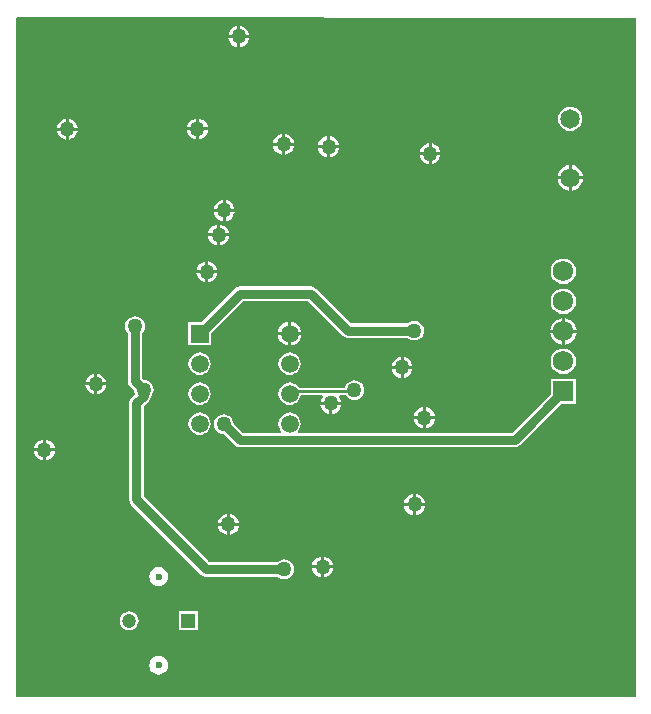
<source format=gbl>
G04*
G04 #@! TF.GenerationSoftware,Altium Limited,Altium Designer,20.2.7 (254)*
G04*
G04 Layer_Physical_Order=2*
G04 Layer_Color=16711680*
%FSAX25Y25*%
%MOIN*%
G70*
G04*
G04 #@! TF.SameCoordinates,1B070C9D-936C-4A0F-866C-AF898DE0267E*
G04*
G04*
G04 #@! TF.FilePolarity,Positive*
G04*
G01*
G75*
%ADD15C,0.01000*%
%ADD67C,0.03150*%
%ADD68R,0.05906X0.05906*%
%ADD69C,0.05906*%
%ADD70C,0.02362*%
%ADD71C,0.04724*%
%ADD72R,0.04724X0.04724*%
%ADD73C,0.06496*%
%ADD74R,0.06791X0.06791*%
%ADD75C,0.06791*%
%ADD76C,0.05000*%
G36*
X0206693Y0226378D02*
Y0000000D01*
X0000000D01*
Y0226418D01*
X0000354Y0226771D01*
X0206693Y0226378D01*
D02*
G37*
%LPC*%
G36*
X0074910Y0223641D02*
Y0220677D01*
X0077874D01*
X0077819Y0221091D01*
X0077467Y0221942D01*
X0076906Y0222673D01*
X0076174Y0223234D01*
X0075323Y0223587D01*
X0074910Y0223641D01*
D02*
G37*
G36*
X0073909D02*
X0073496Y0223587D01*
X0072644Y0223234D01*
X0071913Y0222673D01*
X0071352Y0221942D01*
X0070999Y0221091D01*
X0070945Y0220677D01*
X0073909D01*
Y0223641D01*
D02*
G37*
G36*
X0077874Y0219677D02*
X0074910D01*
Y0216713D01*
X0075323Y0216767D01*
X0076174Y0217120D01*
X0076906Y0217681D01*
X0077467Y0218412D01*
X0077819Y0219264D01*
X0077874Y0219677D01*
D02*
G37*
G36*
X0073909D02*
X0070945D01*
X0070999Y0219264D01*
X0071352Y0218412D01*
X0071913Y0217681D01*
X0072644Y0217120D01*
X0073496Y0216767D01*
X0073909Y0216713D01*
Y0219677D01*
D02*
G37*
G36*
X0061130Y0192834D02*
Y0189870D01*
X0064094D01*
X0064040Y0190284D01*
X0063687Y0191135D01*
X0063126Y0191866D01*
X0062395Y0192427D01*
X0061544Y0192780D01*
X0061130Y0192834D01*
D02*
G37*
G36*
X0060130D02*
X0059716Y0192780D01*
X0058865Y0192427D01*
X0058134Y0191866D01*
X0057573Y0191135D01*
X0057220Y0190284D01*
X0057165Y0189870D01*
X0060130D01*
Y0192834D01*
D02*
G37*
G36*
X0017724Y0192736D02*
Y0189772D01*
X0020689D01*
X0020634Y0190185D01*
X0020282Y0191037D01*
X0019721Y0191768D01*
X0018990Y0192329D01*
X0018138Y0192682D01*
X0017724Y0192736D01*
D02*
G37*
G36*
X0016724D02*
X0016311Y0192682D01*
X0015459Y0192329D01*
X0014728Y0191768D01*
X0014167Y0191037D01*
X0013814Y0190185D01*
X0013760Y0189772D01*
X0016724D01*
Y0192736D01*
D02*
G37*
G36*
X0184924Y0196787D02*
X0183871Y0196648D01*
X0182889Y0196241D01*
X0182046Y0195595D01*
X0181399Y0194752D01*
X0180993Y0193770D01*
X0180854Y0192717D01*
X0180993Y0191663D01*
X0181399Y0190681D01*
X0182046Y0189838D01*
X0182889Y0189192D01*
X0183871Y0188785D01*
X0184924Y0188646D01*
X0185978Y0188785D01*
X0186959Y0189192D01*
X0187802Y0189838D01*
X0188449Y0190681D01*
X0188856Y0191663D01*
X0188995Y0192717D01*
X0188856Y0193770D01*
X0188449Y0194752D01*
X0187802Y0195595D01*
X0186959Y0196241D01*
X0185978Y0196648D01*
X0184924Y0196787D01*
D02*
G37*
G36*
X0064094Y0188870D02*
X0061130D01*
Y0185906D01*
X0061544Y0185960D01*
X0062395Y0186313D01*
X0063126Y0186874D01*
X0063687Y0187605D01*
X0064040Y0188456D01*
X0064094Y0188870D01*
D02*
G37*
G36*
X0060130D02*
X0057165D01*
X0057220Y0188456D01*
X0057573Y0187605D01*
X0058134Y0186874D01*
X0058865Y0186313D01*
X0059716Y0185960D01*
X0060130Y0185906D01*
Y0188870D01*
D02*
G37*
G36*
X0020689Y0188772D02*
X0017724D01*
Y0185807D01*
X0018138Y0185862D01*
X0018990Y0186214D01*
X0019721Y0186775D01*
X0020282Y0187506D01*
X0020634Y0188358D01*
X0020689Y0188772D01*
D02*
G37*
G36*
X0016724D02*
X0013760D01*
X0013814Y0188358D01*
X0014167Y0187506D01*
X0014728Y0186775D01*
X0015459Y0186214D01*
X0016311Y0185862D01*
X0016724Y0185807D01*
Y0188772D01*
D02*
G37*
G36*
X0089870Y0187716D02*
Y0184752D01*
X0092835D01*
X0092780Y0185166D01*
X0092427Y0186017D01*
X0091866Y0186748D01*
X0091135Y0187309D01*
X0090284Y0187662D01*
X0089870Y0187716D01*
D02*
G37*
G36*
X0088870D02*
X0088456Y0187662D01*
X0087605Y0187309D01*
X0086874Y0186748D01*
X0086313Y0186017D01*
X0085960Y0185166D01*
X0085906Y0184752D01*
X0088870D01*
Y0187716D01*
D02*
G37*
G36*
X0104844Y0186929D02*
Y0183965D01*
X0107809D01*
X0107754Y0184378D01*
X0107402Y0185230D01*
X0106841Y0185961D01*
X0106110Y0186522D01*
X0105258Y0186874D01*
X0104844Y0186929D01*
D02*
G37*
G36*
X0103844D02*
X0103431Y0186874D01*
X0102579Y0186522D01*
X0101848Y0185961D01*
X0101287Y0185230D01*
X0100935Y0184378D01*
X0100880Y0183965D01*
X0103844D01*
Y0186929D01*
D02*
G37*
G36*
X0138689Y0184567D02*
Y0181602D01*
X0141653D01*
X0141599Y0182016D01*
X0141246Y0182868D01*
X0140685Y0183599D01*
X0139954Y0184160D01*
X0139103Y0184512D01*
X0138689Y0184567D01*
D02*
G37*
G36*
X0137689D02*
X0137275Y0184512D01*
X0136424Y0184160D01*
X0135693Y0183599D01*
X0135132Y0182868D01*
X0134779Y0182016D01*
X0134725Y0181602D01*
X0137689D01*
Y0184567D01*
D02*
G37*
G36*
X0092835Y0183752D02*
X0089870D01*
Y0180788D01*
X0090284Y0180842D01*
X0091135Y0181195D01*
X0091866Y0181756D01*
X0092427Y0182487D01*
X0092780Y0183338D01*
X0092835Y0183752D01*
D02*
G37*
G36*
X0088870D02*
X0085906D01*
X0085960Y0183338D01*
X0086313Y0182487D01*
X0086874Y0181756D01*
X0087605Y0181195D01*
X0088456Y0180842D01*
X0088870Y0180788D01*
Y0183752D01*
D02*
G37*
G36*
X0107809Y0182965D02*
X0104844D01*
Y0180000D01*
X0105258Y0180055D01*
X0106110Y0180407D01*
X0106841Y0180968D01*
X0107402Y0181700D01*
X0107754Y0182551D01*
X0107809Y0182965D01*
D02*
G37*
G36*
X0103844D02*
X0100880D01*
X0100935Y0182551D01*
X0101287Y0181700D01*
X0101848Y0180968D01*
X0102579Y0180407D01*
X0103431Y0180055D01*
X0103844Y0180000D01*
Y0182965D01*
D02*
G37*
G36*
X0141653Y0180602D02*
X0138689D01*
Y0177638D01*
X0139103Y0177692D01*
X0139954Y0178045D01*
X0140685Y0178606D01*
X0141246Y0179337D01*
X0141599Y0180189D01*
X0141653Y0180602D01*
D02*
G37*
G36*
X0137689D02*
X0134725D01*
X0134779Y0180189D01*
X0135132Y0179337D01*
X0135693Y0178606D01*
X0136424Y0178045D01*
X0137275Y0177692D01*
X0137689Y0177638D01*
Y0180602D01*
D02*
G37*
G36*
X0185424Y0177250D02*
Y0173531D01*
X0189143D01*
X0189063Y0174141D01*
X0188635Y0175174D01*
X0187954Y0176061D01*
X0187067Y0176742D01*
X0186033Y0177170D01*
X0185424Y0177250D01*
D02*
G37*
G36*
X0184424D02*
X0183815Y0177170D01*
X0182782Y0176742D01*
X0181895Y0176061D01*
X0181214Y0175174D01*
X0180786Y0174141D01*
X0180705Y0173531D01*
X0184424D01*
Y0177250D01*
D02*
G37*
G36*
Y0172531D02*
X0180705D01*
X0180786Y0171923D01*
X0181214Y0170889D01*
X0181895Y0170002D01*
X0182782Y0169321D01*
X0183815Y0168893D01*
X0184424Y0168813D01*
Y0172531D01*
D02*
G37*
G36*
X0189143D02*
X0185424D01*
Y0168813D01*
X0186033Y0168893D01*
X0187067Y0169321D01*
X0187954Y0170002D01*
X0188635Y0170889D01*
X0189063Y0171923D01*
X0189143Y0172531D01*
D02*
G37*
G36*
X0070087Y0165669D02*
Y0162705D01*
X0073051D01*
X0072996Y0163118D01*
X0072644Y0163970D01*
X0072083Y0164701D01*
X0071352Y0165262D01*
X0070500Y0165615D01*
X0070087Y0165669D01*
D02*
G37*
G36*
X0069087D02*
X0068673Y0165615D01*
X0067822Y0165262D01*
X0067090Y0164701D01*
X0066529Y0163970D01*
X0066177Y0163118D01*
X0066122Y0162705D01*
X0069087D01*
Y0165669D01*
D02*
G37*
G36*
X0073051Y0161705D02*
X0070087D01*
Y0158740D01*
X0070500Y0158795D01*
X0071352Y0159148D01*
X0072083Y0159708D01*
X0072644Y0160440D01*
X0072996Y0161291D01*
X0073051Y0161705D01*
D02*
G37*
G36*
X0069087D02*
X0066122D01*
X0066177Y0161291D01*
X0066529Y0160440D01*
X0067090Y0159708D01*
X0067822Y0159148D01*
X0068673Y0158795D01*
X0069087Y0158740D01*
Y0161705D01*
D02*
G37*
G36*
X0068169Y0157482D02*
Y0154518D01*
X0071134D01*
X0071079Y0154931D01*
X0070726Y0155783D01*
X0070165Y0156514D01*
X0069434Y0157075D01*
X0068583Y0157428D01*
X0068169Y0157482D01*
D02*
G37*
G36*
X0067169D02*
X0066755Y0157428D01*
X0065904Y0157075D01*
X0065173Y0156514D01*
X0064612Y0155783D01*
X0064259Y0154931D01*
X0064205Y0154518D01*
X0067169D01*
Y0157482D01*
D02*
G37*
G36*
X0071134Y0153518D02*
X0068169D01*
Y0150553D01*
X0068583Y0150608D01*
X0069434Y0150961D01*
X0070165Y0151522D01*
X0070726Y0152253D01*
X0071079Y0153104D01*
X0071134Y0153518D01*
D02*
G37*
G36*
X0067169D02*
X0064205D01*
X0064259Y0153104D01*
X0064612Y0152253D01*
X0065173Y0151522D01*
X0065904Y0150961D01*
X0066755Y0150608D01*
X0067169Y0150553D01*
Y0153518D01*
D02*
G37*
G36*
X0064280Y0145197D02*
Y0142232D01*
X0067244D01*
X0067189Y0142646D01*
X0066837Y0143497D01*
X0066276Y0144228D01*
X0065545Y0144790D01*
X0064693Y0145142D01*
X0064280Y0145197D01*
D02*
G37*
G36*
X0063279D02*
X0062866Y0145142D01*
X0062014Y0144790D01*
X0061283Y0144228D01*
X0060722Y0143497D01*
X0060370Y0142646D01*
X0060315Y0142232D01*
X0063279D01*
Y0145197D01*
D02*
G37*
G36*
X0067244Y0141232D02*
X0064280D01*
Y0138268D01*
X0064693Y0138322D01*
X0065545Y0138675D01*
X0066276Y0139236D01*
X0066837Y0139967D01*
X0067189Y0140819D01*
X0067244Y0141232D01*
D02*
G37*
G36*
X0063279D02*
X0060315D01*
X0060370Y0140819D01*
X0060722Y0139967D01*
X0061283Y0139236D01*
X0062014Y0138675D01*
X0062866Y0138322D01*
X0063279Y0138268D01*
Y0141232D01*
D02*
G37*
G36*
X0182644Y0146070D02*
X0181552Y0145926D01*
X0180534Y0145504D01*
X0179660Y0144834D01*
X0178990Y0143960D01*
X0178568Y0142942D01*
X0178425Y0141850D01*
X0178568Y0140758D01*
X0178990Y0139741D01*
X0179660Y0138867D01*
X0180534Y0138197D01*
X0181552Y0137775D01*
X0182644Y0137631D01*
X0183736Y0137775D01*
X0184753Y0138197D01*
X0185627Y0138867D01*
X0186298Y0139741D01*
X0186719Y0140758D01*
X0186863Y0141850D01*
X0186719Y0142942D01*
X0186298Y0143960D01*
X0185627Y0144834D01*
X0184753Y0145504D01*
X0183736Y0145926D01*
X0182644Y0146070D01*
D02*
G37*
G36*
Y0136070D02*
X0181552Y0135926D01*
X0180534Y0135504D01*
X0179660Y0134834D01*
X0178990Y0133960D01*
X0178568Y0132942D01*
X0178425Y0131850D01*
X0178568Y0130758D01*
X0178990Y0129741D01*
X0179660Y0128867D01*
X0180534Y0128197D01*
X0181552Y0127775D01*
X0182644Y0127631D01*
X0183736Y0127775D01*
X0184753Y0128197D01*
X0185627Y0128867D01*
X0186298Y0129741D01*
X0186719Y0130758D01*
X0186863Y0131850D01*
X0186719Y0132942D01*
X0186298Y0133960D01*
X0185627Y0134834D01*
X0184753Y0135504D01*
X0183736Y0135926D01*
X0182644Y0136070D01*
D02*
G37*
G36*
X0183144Y0126218D02*
Y0122350D01*
X0187011D01*
X0186926Y0122998D01*
X0186483Y0124067D01*
X0185779Y0124985D01*
X0184861Y0125690D01*
X0183791Y0126133D01*
X0183144Y0126218D01*
D02*
G37*
G36*
X0182144D02*
X0181496Y0126133D01*
X0180427Y0125690D01*
X0179509Y0124985D01*
X0178804Y0124067D01*
X0178361Y0122998D01*
X0178276Y0122350D01*
X0182144D01*
Y0126218D01*
D02*
G37*
G36*
X0091844Y0125023D02*
Y0121602D01*
X0095266D01*
X0095196Y0122134D01*
X0094797Y0123096D01*
X0094164Y0123922D01*
X0093338Y0124555D01*
X0092376Y0124953D01*
X0091844Y0125023D01*
D02*
G37*
G36*
X0090845D02*
X0090313Y0124953D01*
X0089351Y0124555D01*
X0088525Y0123922D01*
X0087892Y0123096D01*
X0087493Y0122134D01*
X0087423Y0121602D01*
X0090845D01*
Y0125023D01*
D02*
G37*
G36*
X0098568Y0136857D02*
X0074691D01*
X0073769Y0136674D01*
X0072988Y0136152D01*
X0061678Y0124843D01*
X0057604D01*
Y0117362D01*
X0065085D01*
Y0121436D01*
X0075688Y0132040D01*
X0097571D01*
X0109169Y0120443D01*
X0109950Y0119921D01*
X0110872Y0119737D01*
X0130711D01*
X0131315Y0119274D01*
X0132114Y0118943D01*
X0132972Y0118830D01*
X0133831Y0118943D01*
X0134630Y0119274D01*
X0135317Y0119801D01*
X0135844Y0120488D01*
X0136175Y0121288D01*
X0136288Y0122146D01*
X0136175Y0123004D01*
X0135844Y0123803D01*
X0135317Y0124490D01*
X0134630Y0125017D01*
X0133831Y0125348D01*
X0132972Y0125461D01*
X0132114Y0125348D01*
X0131315Y0125017D01*
X0130711Y0124554D01*
X0111869D01*
X0100272Y0136152D01*
X0099490Y0136674D01*
X0098568Y0136857D01*
D02*
G37*
G36*
X0187011Y0121350D02*
X0183144D01*
Y0117483D01*
X0183791Y0117568D01*
X0184861Y0118011D01*
X0185779Y0118715D01*
X0186483Y0119634D01*
X0186926Y0120703D01*
X0187011Y0121350D01*
D02*
G37*
G36*
X0182144D02*
X0178276D01*
X0178361Y0120703D01*
X0178804Y0119634D01*
X0179509Y0118715D01*
X0180427Y0118011D01*
X0181496Y0117568D01*
X0182144Y0117483D01*
Y0121350D01*
D02*
G37*
G36*
X0095266Y0120602D02*
X0091844D01*
Y0117181D01*
X0092376Y0117251D01*
X0093338Y0117650D01*
X0094164Y0118283D01*
X0094797Y0119109D01*
X0095196Y0120071D01*
X0095266Y0120602D01*
D02*
G37*
G36*
X0090845D02*
X0087423D01*
X0087493Y0120071D01*
X0087892Y0119109D01*
X0088525Y0118283D01*
X0089351Y0117650D01*
X0090313Y0117251D01*
X0090845Y0117181D01*
Y0120602D01*
D02*
G37*
G36*
X0129339Y0113307D02*
Y0110343D01*
X0132303D01*
X0132248Y0110756D01*
X0131896Y0111608D01*
X0131335Y0112339D01*
X0130604Y0112900D01*
X0129752Y0113252D01*
X0129339Y0113307D01*
D02*
G37*
G36*
X0128339D02*
X0127925Y0113252D01*
X0127074Y0112900D01*
X0126342Y0112339D01*
X0125781Y0111608D01*
X0125429Y0110756D01*
X0125374Y0110343D01*
X0128339D01*
Y0113307D01*
D02*
G37*
G36*
X0182644Y0116070D02*
X0181552Y0115926D01*
X0180534Y0115504D01*
X0179660Y0114834D01*
X0178990Y0113960D01*
X0178568Y0112942D01*
X0178425Y0111850D01*
X0178568Y0110758D01*
X0178990Y0109741D01*
X0179660Y0108867D01*
X0180534Y0108196D01*
X0181552Y0107775D01*
X0182644Y0107631D01*
X0183736Y0107775D01*
X0184753Y0108196D01*
X0185627Y0108867D01*
X0186298Y0109741D01*
X0186719Y0110758D01*
X0186863Y0111850D01*
X0186719Y0112942D01*
X0186298Y0113960D01*
X0185627Y0114834D01*
X0184753Y0115504D01*
X0183736Y0115926D01*
X0182644Y0116070D01*
D02*
G37*
G36*
X0091344Y0114875D02*
X0090368Y0114746D01*
X0089458Y0114369D01*
X0088677Y0113770D01*
X0088077Y0112989D01*
X0087701Y0112079D01*
X0087572Y0111102D01*
X0087701Y0110126D01*
X0088077Y0109216D01*
X0088677Y0108435D01*
X0089458Y0107835D01*
X0090368Y0107458D01*
X0091344Y0107330D01*
X0092321Y0107458D01*
X0093231Y0107835D01*
X0094012Y0108435D01*
X0094612Y0109216D01*
X0094988Y0110126D01*
X0095117Y0111102D01*
X0094988Y0112079D01*
X0094612Y0112989D01*
X0094012Y0113770D01*
X0093231Y0114369D01*
X0092321Y0114746D01*
X0091344Y0114875D01*
D02*
G37*
G36*
X0061344D02*
X0060368Y0114746D01*
X0059458Y0114369D01*
X0058677Y0113770D01*
X0058077Y0112989D01*
X0057701Y0112079D01*
X0057572Y0111102D01*
X0057701Y0110126D01*
X0058077Y0109216D01*
X0058677Y0108435D01*
X0059458Y0107835D01*
X0060368Y0107458D01*
X0061344Y0107330D01*
X0062321Y0107458D01*
X0063231Y0107835D01*
X0064012Y0108435D01*
X0064612Y0109216D01*
X0064988Y0110126D01*
X0065117Y0111102D01*
X0064988Y0112079D01*
X0064612Y0112989D01*
X0064012Y0113770D01*
X0063231Y0114369D01*
X0062321Y0114746D01*
X0061344Y0114875D01*
D02*
G37*
G36*
X0132303Y0109343D02*
X0129339D01*
Y0106378D01*
X0129752Y0106433D01*
X0130604Y0106785D01*
X0131335Y0107346D01*
X0131896Y0108077D01*
X0132248Y0108929D01*
X0132303Y0109343D01*
D02*
G37*
G36*
X0128339D02*
X0125374D01*
X0125429Y0108929D01*
X0125781Y0108077D01*
X0126342Y0107346D01*
X0127074Y0106785D01*
X0127925Y0106433D01*
X0128339Y0106378D01*
Y0109343D01*
D02*
G37*
G36*
X0027272Y0107795D02*
Y0104831D01*
X0030236D01*
X0030182Y0105244D01*
X0029829Y0106096D01*
X0029268Y0106827D01*
X0028537Y0107388D01*
X0027685Y0107741D01*
X0027272Y0107795D01*
D02*
G37*
G36*
X0026272D02*
X0025858Y0107741D01*
X0025006Y0107388D01*
X0024275Y0106827D01*
X0023714Y0106096D01*
X0023362Y0105244D01*
X0023307Y0104831D01*
X0026272D01*
Y0107795D01*
D02*
G37*
G36*
X0112992Y0105579D02*
X0112134Y0105467D01*
X0111334Y0105135D01*
X0110647Y0104608D01*
X0110121Y0103922D01*
X0109800Y0103147D01*
X0094490D01*
X0094012Y0103770D01*
X0093231Y0104369D01*
X0092321Y0104746D01*
X0091344Y0104875D01*
X0090368Y0104746D01*
X0089458Y0104369D01*
X0088677Y0103770D01*
X0088077Y0102989D01*
X0087701Y0102079D01*
X0087572Y0101102D01*
X0087701Y0100126D01*
X0088077Y0099216D01*
X0088677Y0098435D01*
X0089458Y0097835D01*
X0090368Y0097458D01*
X0091344Y0097330D01*
X0092321Y0097458D01*
X0093231Y0097835D01*
X0094012Y0098435D01*
X0094612Y0099216D01*
X0094988Y0100126D01*
X0095041Y0100522D01*
X0102138D01*
X0102385Y0100022D01*
X0102061Y0099600D01*
X0101708Y0098748D01*
X0101654Y0098335D01*
X0108582D01*
X0108528Y0098748D01*
X0108175Y0099600D01*
X0107851Y0100022D01*
X0108098Y0100522D01*
X0110185D01*
X0110647Y0099919D01*
X0111334Y0099392D01*
X0112134Y0099061D01*
X0112992Y0098948D01*
X0113850Y0099061D01*
X0114650Y0099392D01*
X0115337Y0099919D01*
X0115864Y0100606D01*
X0116195Y0101406D01*
X0116308Y0102264D01*
X0116195Y0103122D01*
X0115864Y0103922D01*
X0115337Y0104608D01*
X0114650Y0105135D01*
X0113850Y0105467D01*
X0112992Y0105579D01*
D02*
G37*
G36*
X0030236Y0103831D02*
X0027272D01*
Y0100866D01*
X0027685Y0100921D01*
X0028537Y0101274D01*
X0029268Y0101834D01*
X0029829Y0102566D01*
X0030182Y0103417D01*
X0030236Y0103831D01*
D02*
G37*
G36*
X0026272D02*
X0023307D01*
X0023362Y0103417D01*
X0023714Y0102566D01*
X0024275Y0101834D01*
X0025006Y0101274D01*
X0025858Y0100921D01*
X0026272Y0100866D01*
Y0103831D01*
D02*
G37*
G36*
X0061344Y0104875D02*
X0060368Y0104746D01*
X0059458Y0104369D01*
X0058677Y0103770D01*
X0058077Y0102989D01*
X0057701Y0102079D01*
X0057572Y0101102D01*
X0057701Y0100126D01*
X0058077Y0099216D01*
X0058677Y0098435D01*
X0059458Y0097835D01*
X0060368Y0097458D01*
X0061344Y0097330D01*
X0062321Y0097458D01*
X0063231Y0097835D01*
X0064012Y0098435D01*
X0064612Y0099216D01*
X0064988Y0100126D01*
X0065117Y0101102D01*
X0064988Y0102079D01*
X0064612Y0102989D01*
X0064012Y0103770D01*
X0063231Y0104369D01*
X0062321Y0104746D01*
X0061344Y0104875D01*
D02*
G37*
G36*
X0108582Y0097335D02*
X0105618D01*
Y0094370D01*
X0106032Y0094425D01*
X0106883Y0094777D01*
X0107614Y0095338D01*
X0108175Y0096070D01*
X0108528Y0096921D01*
X0108582Y0097335D01*
D02*
G37*
G36*
X0104618D02*
X0101654D01*
X0101708Y0096921D01*
X0102061Y0096070D01*
X0102622Y0095338D01*
X0103353Y0094777D01*
X0104204Y0094425D01*
X0104618Y0094370D01*
Y0097335D01*
D02*
G37*
G36*
X0136819Y0096575D02*
Y0093610D01*
X0139783D01*
X0139729Y0094024D01*
X0139376Y0094875D01*
X0138815Y0095606D01*
X0138084Y0096167D01*
X0137233Y0096520D01*
X0136819Y0096575D01*
D02*
G37*
G36*
X0135819D02*
X0135405Y0096520D01*
X0134554Y0096167D01*
X0133823Y0095606D01*
X0133262Y0094875D01*
X0132909Y0094024D01*
X0132854Y0093610D01*
X0135819D01*
Y0096575D01*
D02*
G37*
G36*
X0139783Y0092610D02*
X0136819D01*
Y0089646D01*
X0137233Y0089700D01*
X0138084Y0090053D01*
X0138815Y0090614D01*
X0139376Y0091345D01*
X0139729Y0092197D01*
X0139783Y0092610D01*
D02*
G37*
G36*
X0135819D02*
X0132854D01*
X0132909Y0092197D01*
X0133262Y0091345D01*
X0133823Y0090614D01*
X0134554Y0090053D01*
X0135405Y0089700D01*
X0135819Y0089646D01*
Y0092610D01*
D02*
G37*
G36*
X0186827Y0106034D02*
X0178461D01*
Y0101073D01*
X0165371Y0087983D01*
X0094165D01*
X0094135Y0088072D01*
X0094049Y0088483D01*
X0094612Y0089216D01*
X0094988Y0090126D01*
X0095117Y0091102D01*
X0094988Y0092079D01*
X0094612Y0092989D01*
X0094012Y0093770D01*
X0093231Y0094369D01*
X0092321Y0094746D01*
X0091344Y0094875D01*
X0090368Y0094746D01*
X0089458Y0094369D01*
X0088677Y0093770D01*
X0088077Y0092989D01*
X0087701Y0092079D01*
X0087572Y0091102D01*
X0087701Y0090126D01*
X0088077Y0089216D01*
X0088640Y0088483D01*
X0088554Y0088072D01*
X0088524Y0087983D01*
X0075757D01*
X0072692Y0091049D01*
X0072593Y0091803D01*
X0072261Y0092603D01*
X0071734Y0093290D01*
X0071048Y0093816D01*
X0070248Y0094148D01*
X0069390Y0094261D01*
X0068532Y0094148D01*
X0067732Y0093816D01*
X0067045Y0093290D01*
X0066518Y0092603D01*
X0066187Y0091803D01*
X0066074Y0090945D01*
X0066187Y0090087D01*
X0066518Y0089287D01*
X0067045Y0088600D01*
X0067732Y0088073D01*
X0068532Y0087742D01*
X0069286Y0087643D01*
X0073057Y0083872D01*
X0073838Y0083350D01*
X0074760Y0083166D01*
X0166368D01*
X0167290Y0083350D01*
X0168071Y0083872D01*
X0181867Y0097667D01*
X0186827D01*
Y0106034D01*
D02*
G37*
G36*
X0061344Y0094875D02*
X0060368Y0094746D01*
X0059458Y0094369D01*
X0058677Y0093770D01*
X0058077Y0092989D01*
X0057701Y0092079D01*
X0057572Y0091102D01*
X0057701Y0090126D01*
X0058077Y0089216D01*
X0058677Y0088435D01*
X0059458Y0087835D01*
X0060368Y0087458D01*
X0061344Y0087330D01*
X0062321Y0087458D01*
X0063231Y0087835D01*
X0064012Y0088435D01*
X0064612Y0089216D01*
X0064988Y0090126D01*
X0065117Y0091102D01*
X0064988Y0092079D01*
X0064612Y0092989D01*
X0064012Y0093770D01*
X0063231Y0094369D01*
X0062321Y0094746D01*
X0061344Y0094875D01*
D02*
G37*
G36*
X0010146Y0085846D02*
Y0082882D01*
X0013110D01*
X0013056Y0083296D01*
X0012703Y0084147D01*
X0012142Y0084878D01*
X0011411Y0085439D01*
X0010559Y0085792D01*
X0010146Y0085846D01*
D02*
G37*
G36*
X0009146D02*
X0008732Y0085792D01*
X0007881Y0085439D01*
X0007149Y0084878D01*
X0006588Y0084147D01*
X0006236Y0083296D01*
X0006181Y0082882D01*
X0009146D01*
Y0085846D01*
D02*
G37*
G36*
X0013110Y0081882D02*
X0010146D01*
Y0078917D01*
X0010559Y0078972D01*
X0011411Y0079325D01*
X0012142Y0079886D01*
X0012703Y0080617D01*
X0013056Y0081468D01*
X0013110Y0081882D01*
D02*
G37*
G36*
X0009146D02*
X0006181D01*
X0006236Y0081468D01*
X0006588Y0080617D01*
X0007149Y0079886D01*
X0007881Y0079325D01*
X0008732Y0078972D01*
X0009146Y0078917D01*
Y0081882D01*
D02*
G37*
G36*
X0133546Y0067662D02*
Y0064698D01*
X0136511D01*
X0136456Y0065111D01*
X0136104Y0065963D01*
X0135543Y0066694D01*
X0134811Y0067255D01*
X0133960Y0067608D01*
X0133546Y0067662D01*
D02*
G37*
G36*
X0132546D02*
X0132133Y0067608D01*
X0131281Y0067255D01*
X0130550Y0066694D01*
X0129989Y0065963D01*
X0129637Y0065111D01*
X0129582Y0064698D01*
X0132546D01*
Y0067662D01*
D02*
G37*
G36*
X0136511Y0063698D02*
X0133546D01*
Y0060733D01*
X0133960Y0060788D01*
X0134811Y0061141D01*
X0135543Y0061702D01*
X0136104Y0062433D01*
X0136456Y0063284D01*
X0136511Y0063698D01*
D02*
G37*
G36*
X0132546D02*
X0129582D01*
X0129637Y0063284D01*
X0129989Y0062433D01*
X0130550Y0061702D01*
X0131281Y0061141D01*
X0132133Y0060788D01*
X0132546Y0060733D01*
Y0063698D01*
D02*
G37*
G36*
X0071465Y0061043D02*
Y0058079D01*
X0074429D01*
X0074375Y0058492D01*
X0074022Y0059344D01*
X0073461Y0060075D01*
X0072730Y0060636D01*
X0071878Y0060989D01*
X0071465Y0061043D01*
D02*
G37*
G36*
X0070465D02*
X0070051Y0060989D01*
X0069200Y0060636D01*
X0068468Y0060075D01*
X0067907Y0059344D01*
X0067555Y0058492D01*
X0067500Y0058079D01*
X0070465D01*
Y0061043D01*
D02*
G37*
G36*
X0074429Y0057079D02*
X0071465D01*
Y0054114D01*
X0071878Y0054169D01*
X0072730Y0054522D01*
X0073461Y0055082D01*
X0074022Y0055814D01*
X0074375Y0056665D01*
X0074429Y0057079D01*
D02*
G37*
G36*
X0070465D02*
X0067500D01*
X0067555Y0056665D01*
X0067907Y0055814D01*
X0068468Y0055082D01*
X0069200Y0054522D01*
X0070051Y0054169D01*
X0070465Y0054114D01*
Y0057079D01*
D02*
G37*
G36*
X0102862Y0046870D02*
Y0043905D01*
X0105827D01*
X0105772Y0044319D01*
X0105419Y0045171D01*
X0104858Y0045902D01*
X0104127Y0046463D01*
X0103276Y0046815D01*
X0102862Y0046870D01*
D02*
G37*
G36*
X0101862D02*
X0101449Y0046815D01*
X0100597Y0046463D01*
X0099866Y0045902D01*
X0099305Y0045171D01*
X0098952Y0044319D01*
X0098898Y0043905D01*
X0101862D01*
Y0046870D01*
D02*
G37*
G36*
X0105827Y0042906D02*
X0102862D01*
Y0039941D01*
X0103276Y0039996D01*
X0104127Y0040348D01*
X0104858Y0040909D01*
X0105419Y0041640D01*
X0105772Y0042492D01*
X0105827Y0042906D01*
D02*
G37*
G36*
X0101862D02*
X0098898D01*
X0098952Y0042492D01*
X0099305Y0041640D01*
X0099866Y0040909D01*
X0100597Y0040348D01*
X0101449Y0039996D01*
X0101862Y0039941D01*
Y0042906D01*
D02*
G37*
G36*
X0039862Y0126839D02*
X0039004Y0126726D01*
X0038204Y0126395D01*
X0037518Y0125868D01*
X0036991Y0125181D01*
X0036659Y0124382D01*
X0036546Y0123524D01*
X0036659Y0122665D01*
X0036991Y0121866D01*
X0037454Y0121262D01*
Y0105217D01*
X0037637Y0104295D01*
X0038159Y0103514D01*
X0039415Y0102258D01*
X0039514Y0101504D01*
X0039779Y0100863D01*
X0038553Y0099636D01*
X0038031Y0098855D01*
X0037847Y0097933D01*
Y0065847D01*
X0038031Y0064925D01*
X0038553Y0064143D01*
X0061880Y0040817D01*
X0062661Y0040295D01*
X0063583Y0040111D01*
X0087384D01*
X0087987Y0039648D01*
X0088787Y0039317D01*
X0089645Y0039204D01*
X0090503Y0039317D01*
X0091303Y0039648D01*
X0091990Y0040175D01*
X0092517Y0040862D01*
X0092848Y0041662D01*
X0092961Y0042520D01*
X0092848Y0043378D01*
X0092517Y0044178D01*
X0091990Y0044864D01*
X0091303Y0045391D01*
X0090503Y0045722D01*
X0089645Y0045836D01*
X0088787Y0045722D01*
X0087987Y0045391D01*
X0087384Y0044928D01*
X0064580D01*
X0042664Y0066844D01*
Y0096935D01*
X0044420Y0098691D01*
X0044942Y0099472D01*
X0045048Y0100008D01*
X0045061Y0100018D01*
X0045588Y0100704D01*
X0045919Y0101504D01*
X0046032Y0102362D01*
X0045919Y0103220D01*
X0045588Y0104020D01*
X0045061Y0104707D01*
X0044374Y0105234D01*
X0043575Y0105565D01*
X0042821Y0105664D01*
X0042271Y0106214D01*
Y0121262D01*
X0042734Y0121866D01*
X0043065Y0122665D01*
X0043178Y0123524D01*
X0043065Y0124382D01*
X0042734Y0125181D01*
X0042207Y0125868D01*
X0041520Y0126395D01*
X0040720Y0126726D01*
X0039862Y0126839D01*
D02*
G37*
G36*
X0047739Y0043317D02*
X0046917Y0043209D01*
X0046151Y0042892D01*
X0045493Y0042387D01*
X0044988Y0041729D01*
X0044671Y0040963D01*
X0044562Y0040141D01*
X0044671Y0039318D01*
X0044988Y0038552D01*
X0045493Y0037894D01*
X0046151Y0037390D01*
X0046917Y0037072D01*
X0047739Y0036964D01*
X0048561Y0037072D01*
X0049327Y0037390D01*
X0049986Y0037894D01*
X0050490Y0038552D01*
X0050808Y0039318D01*
X0050916Y0040141D01*
X0050808Y0040963D01*
X0050490Y0041729D01*
X0049986Y0042387D01*
X0049327Y0042892D01*
X0048561Y0043209D01*
X0047739Y0043317D01*
D02*
G37*
G36*
X0060731Y0028526D02*
X0054432D01*
Y0022227D01*
X0060731D01*
Y0028526D01*
D02*
G37*
G36*
X0037897Y0028554D02*
X0037074Y0028446D01*
X0036308Y0028128D01*
X0035650Y0027623D01*
X0035146Y0026965D01*
X0034828Y0026199D01*
X0034720Y0025377D01*
X0034828Y0024555D01*
X0035146Y0023789D01*
X0035650Y0023131D01*
X0036308Y0022626D01*
X0037074Y0022308D01*
X0037897Y0022200D01*
X0038719Y0022308D01*
X0039485Y0022626D01*
X0040143Y0023131D01*
X0040648Y0023789D01*
X0040965Y0024555D01*
X0041073Y0025377D01*
X0040965Y0026199D01*
X0040648Y0026965D01*
X0040143Y0027623D01*
X0039485Y0028128D01*
X0038719Y0028446D01*
X0037897Y0028554D01*
D02*
G37*
G36*
X0047739Y0013790D02*
X0046917Y0013682D01*
X0046151Y0013364D01*
X0045493Y0012859D01*
X0044988Y0012202D01*
X0044671Y0011435D01*
X0044562Y0010613D01*
X0044671Y0009791D01*
X0044988Y0009025D01*
X0045493Y0008367D01*
X0046151Y0007862D01*
X0046917Y0007545D01*
X0047739Y0007436D01*
X0048561Y0007545D01*
X0049327Y0007862D01*
X0049986Y0008367D01*
X0050490Y0009025D01*
X0050808Y0009791D01*
X0050916Y0010613D01*
X0050808Y0011435D01*
X0050490Y0012202D01*
X0049986Y0012859D01*
X0049327Y0013364D01*
X0048561Y0013682D01*
X0047739Y0013790D01*
D02*
G37*
%LPD*%
D15*
X0091344Y0101102D02*
X0092077Y0101835D01*
X0112563D02*
X0112992Y0102264D01*
X0092077Y0101835D02*
X0112563D01*
D67*
X0042717Y0100394D02*
Y0102362D01*
X0039862Y0105217D02*
X0042717Y0102362D01*
X0074691Y0134449D02*
X0098568D01*
X0040256Y0097933D02*
X0042717Y0100394D01*
X0040256Y0065847D02*
X0063583Y0042520D01*
X0040256Y0065847D02*
Y0097933D01*
X0039862Y0105217D02*
Y0123524D01*
X0110872Y0122146D02*
X0132972D01*
X0069390Y0090945D02*
X0074760Y0085575D01*
X0061344Y0121102D02*
X0074691Y0134449D01*
X0166368Y0085575D02*
X0182644Y0101850D01*
X0098568Y0134449D02*
X0110872Y0122146D01*
X0063583Y0042520D02*
X0089645D01*
X0074760Y0085575D02*
X0166368D01*
D68*
X0061344Y0121102D02*
D03*
D69*
Y0111102D02*
D03*
Y0101102D02*
D03*
Y0091102D02*
D03*
X0091344Y0121102D02*
D03*
Y0111102D02*
D03*
Y0101102D02*
D03*
Y0091102D02*
D03*
D70*
X0047739Y0040141D02*
D03*
Y0010613D02*
D03*
D71*
X0037897Y0025377D02*
D03*
D72*
X0057582D02*
D03*
D73*
X0184924Y0173031D02*
D03*
Y0192717D02*
D03*
D74*
X0182644Y0101850D02*
D03*
D75*
Y0111850D02*
D03*
Y0121850D02*
D03*
Y0131850D02*
D03*
Y0141850D02*
D03*
D76*
X0133046Y0064198D02*
D03*
X0060630Y0189370D02*
D03*
X0069587Y0162205D02*
D03*
X0069390Y0090945D02*
D03*
X0132972Y0122146D02*
D03*
X0026772Y0104331D02*
D03*
X0089370Y0184252D02*
D03*
X0009646Y0082382D02*
D03*
X0017224Y0189272D02*
D03*
X0042717Y0102362D02*
D03*
X0063779Y0141732D02*
D03*
X0089645Y0042520D02*
D03*
X0074410Y0220177D02*
D03*
X0112992Y0102264D02*
D03*
X0128839Y0109843D02*
D03*
X0105118Y0097835D02*
D03*
X0136319Y0093110D02*
D03*
X0138189Y0181102D02*
D03*
X0104344Y0183465D02*
D03*
X0070965Y0057579D02*
D03*
X0102362Y0043406D02*
D03*
X0067669Y0154018D02*
D03*
X0039862Y0123524D02*
D03*
M02*

</source>
